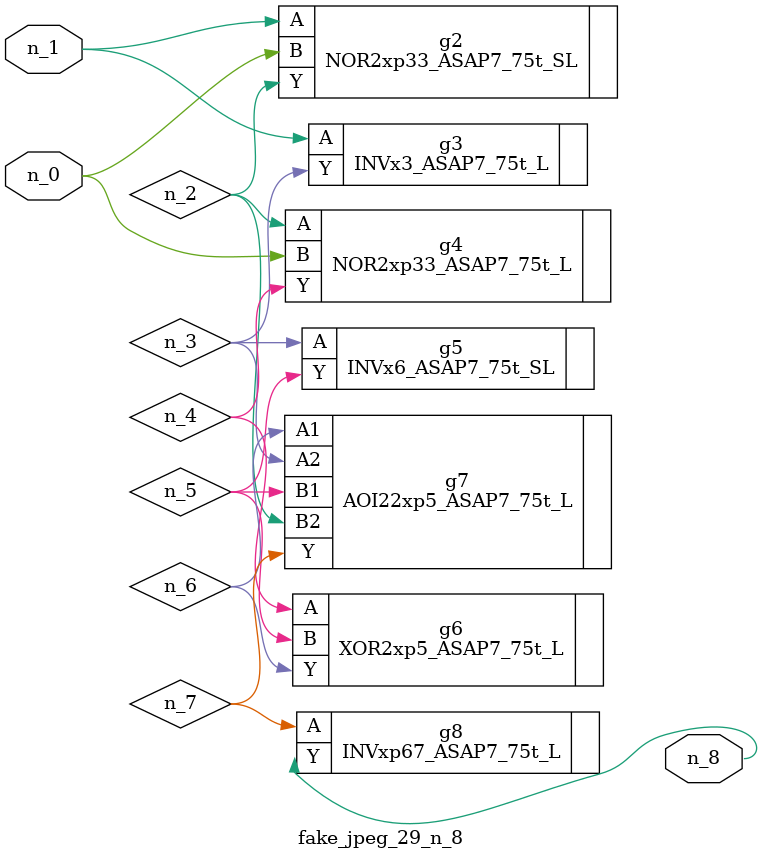
<source format=v>
module fake_jpeg_29_n_8 (n_0, n_1, n_8);

input n_0;
input n_1;

output n_8;

wire n_2;
wire n_3;
wire n_4;
wire n_6;
wire n_5;
wire n_7;

NOR2xp33_ASAP7_75t_SL g2 ( 
.A(n_1),
.B(n_0),
.Y(n_2)
);

INVx3_ASAP7_75t_L g3 ( 
.A(n_1),
.Y(n_3)
);

NOR2xp33_ASAP7_75t_L g4 ( 
.A(n_2),
.B(n_0),
.Y(n_4)
);

XOR2xp5_ASAP7_75t_L g6 ( 
.A(n_4),
.B(n_5),
.Y(n_6)
);

INVx6_ASAP7_75t_SL g5 ( 
.A(n_3),
.Y(n_5)
);

AOI22xp5_ASAP7_75t_L g7 ( 
.A1(n_6),
.A2(n_3),
.B1(n_5),
.B2(n_2),
.Y(n_7)
);

INVxp67_ASAP7_75t_L g8 ( 
.A(n_7),
.Y(n_8)
);


endmodule
</source>
